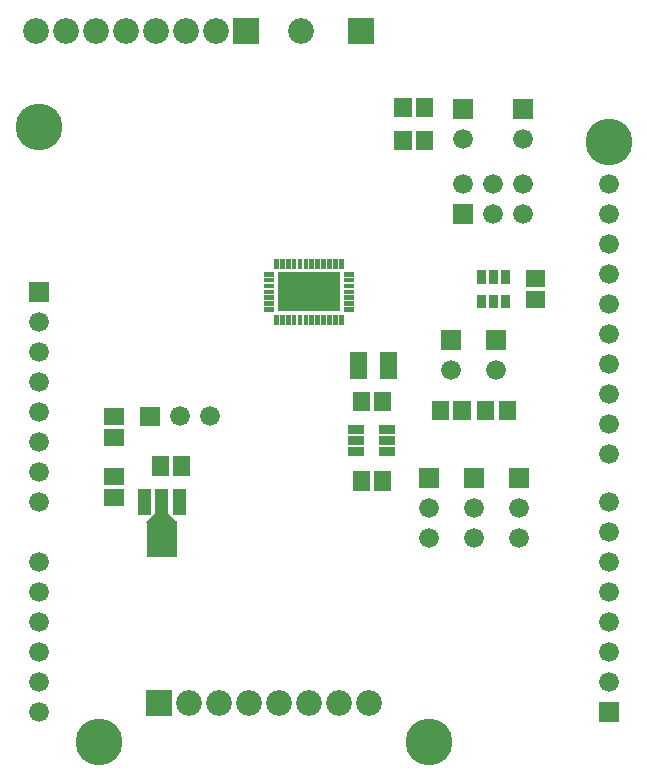
<source format=gbr>
G04 start of page 6 for group -4063 idx -4063 *
G04 Title: (unknown), componentmask *
G04 Creator: pcb 20110918 *
G04 CreationDate: Sat 02 Feb 2013 08:58:03 PM GMT UTC *
G04 For: petersen *
G04 Format: Gerber/RS-274X *
G04 PCB-Dimensions: 210000 270000 *
G04 PCB-Coordinate-Origin: lower left *
%MOIN*%
%FSLAX25Y25*%
%LNTOPMASK*%
%ADD58R,0.0300X0.0300*%
%ADD57R,0.1300X0.1300*%
%ADD56R,0.0304X0.0304*%
%ADD55R,0.0550X0.0550*%
%ADD54R,0.0158X0.0158*%
%ADD53R,0.1005X0.1005*%
%ADD52R,0.0438X0.0438*%
%ADD51R,0.0572X0.0572*%
%ADD50C,0.0860*%
%ADD49C,0.1560*%
%ADD48C,0.0001*%
%ADD47C,0.0660*%
G54D47*X10000Y130000D03*
Y120000D03*
Y110000D03*
Y100000D03*
G54D48*G36*
X6700Y163300D02*Y156700D01*
X13300D01*
Y163300D01*
X6700D01*
G37*
G54D47*X10000Y150000D03*
Y140000D03*
G54D49*Y215000D03*
G54D48*G36*
X43700Y121800D02*Y115200D01*
X50300D01*
Y121800D01*
X43700D01*
G37*
G54D47*X57000Y118500D03*
X67000D03*
G54D48*G36*
X74700Y251300D02*Y242700D01*
X83300D01*
Y251300D01*
X74700D01*
G37*
G36*
X113200D02*Y242700D01*
X121800D01*
Y251300D01*
X113200D01*
G37*
G54D50*X97500Y247000D03*
X69000D03*
X59000D03*
X49000D03*
X39000D03*
X29000D03*
X19000D03*
X9000D03*
G54D47*X200000Y126000D03*
Y136000D03*
Y146000D03*
Y156000D03*
Y166000D03*
Y176000D03*
G54D48*G36*
X159200Y147300D02*Y140700D01*
X165800D01*
Y147300D01*
X159200D01*
G37*
G54D47*X162500Y134000D03*
G54D48*G36*
X144200Y147300D02*Y140700D01*
X150800D01*
Y147300D01*
X144200D01*
G37*
G54D47*X147500Y134000D03*
X200000Y186000D03*
Y196000D03*
G54D49*Y210000D03*
G54D48*G36*
X148200Y189300D02*Y182700D01*
X154800D01*
Y189300D01*
X148200D01*
G37*
G54D47*X161500Y186000D03*
X171500D03*
X151500Y196000D03*
X161500D03*
X171500D03*
G54D48*G36*
X168200Y224300D02*Y217700D01*
X174800D01*
Y224300D01*
X168200D01*
G37*
G54D47*X171500Y211000D03*
G54D48*G36*
X148200Y224300D02*Y217700D01*
X154800D01*
Y224300D01*
X148200D01*
G37*
G54D47*X151500Y211000D03*
G54D48*G36*
X196700Y23300D02*Y16700D01*
X203300D01*
Y23300D01*
X196700D01*
G37*
G54D47*X200000Y30000D03*
Y40000D03*
Y50000D03*
G54D49*X140000Y10000D03*
G54D47*X200000Y80000D03*
Y90000D03*
Y106000D03*
Y116000D03*
X10000Y90000D03*
Y70000D03*
Y60000D03*
Y50000D03*
Y40000D03*
Y30000D03*
Y20000D03*
G54D49*X30000Y10000D03*
G54D48*G36*
X45700Y27300D02*Y18700D01*
X54300D01*
Y27300D01*
X45700D01*
G37*
G54D50*X60000Y23000D03*
X70000D03*
X80000D03*
X90000D03*
X100000D03*
X110000D03*
X120000D03*
G54D47*X200000Y60000D03*
Y70000D03*
G54D48*G36*
X136700Y101300D02*Y94700D01*
X143300D01*
Y101300D01*
X136700D01*
G37*
G54D47*X140000Y88000D03*
Y78000D03*
G54D48*G36*
X151700Y101300D02*Y94700D01*
X158300D01*
Y101300D01*
X151700D01*
G37*
G54D47*X155000Y88000D03*
Y78000D03*
G54D48*G36*
X166700Y101300D02*Y94700D01*
X173300D01*
Y101300D01*
X166700D01*
G37*
G54D47*X170000Y88000D03*
Y78000D03*
G54D51*X57543Y102393D02*Y101607D01*
X50457Y102393D02*Y101607D01*
G54D52*X51000Y91989D02*Y80179D01*
G54D53*Y78445D02*Y76555D01*
G54D48*G36*
X52885Y86434D02*X56149Y83170D01*
X54305Y81326D01*
X51041Y84590D01*
X52885Y86434D01*
G37*
G36*
X45851Y83170D02*X49115Y86434D01*
X50959Y84590D01*
X47695Y81326D01*
X45851Y83170D01*
G37*
G54D52*X45094Y91989D02*Y87895D01*
G54D51*X34607Y98543D02*X35393D01*
X34607Y91457D02*X35393D01*
G54D52*X56906Y91989D02*Y87895D01*
G54D51*X34607Y111414D02*X35393D01*
X34607Y118500D02*X35393D01*
G54D54*X85728Y161969D02*X87500D01*
X85728Y160000D02*X87500D01*
X85728Y158031D02*X87500D01*
X85728Y156063D02*X87500D01*
X85728Y154094D02*X87500D01*
G54D55*X116500Y137300D02*Y133700D01*
X126500Y137300D02*Y133700D01*
G54D51*X117457Y123893D02*Y123107D01*
X124543Y123893D02*Y123107D01*
G54D56*X124976Y106760D02*X127339D01*
X124976Y110500D02*X127339D01*
X124976Y114240D02*X127339D01*
X114661D02*X117024D01*
X114661Y110500D02*X117024D01*
X114661Y106760D02*X117024D01*
G54D51*X117457Y97393D02*Y96607D01*
X124543Y97393D02*Y96607D01*
X138457Y221893D02*Y221107D01*
X131371Y221893D02*Y221107D01*
X138500Y210893D02*Y210107D01*
X131414Y210893D02*Y210107D01*
G54D54*X110827Y170335D02*Y168563D01*
X108858Y170335D02*Y168563D01*
X106890Y170335D02*Y168563D01*
X104921Y170335D02*Y168563D01*
X112500Y165906D02*X114272D01*
X102953Y170335D02*Y168563D01*
X100984Y170335D02*Y168563D01*
X99016Y170335D02*Y168563D01*
X97047Y170335D02*Y168563D01*
X95079Y170335D02*Y168563D01*
X93110Y170335D02*Y168563D01*
X91142Y170335D02*Y168563D01*
X89173Y170335D02*Y168563D01*
X85728Y165906D02*X87500D01*
X85728Y163937D02*X87500D01*
X89173Y151437D02*Y149665D01*
X91142Y151437D02*Y149665D01*
X93110Y151437D02*Y149665D01*
X95079Y151437D02*Y149665D01*
X97047Y151437D02*Y149665D01*
X99016Y151437D02*Y149665D01*
X100984Y151437D02*Y149665D01*
X102953Y151437D02*Y149665D01*
X104921Y151437D02*Y149665D01*
X106890Y151437D02*Y149665D01*
X108858Y151437D02*Y149665D01*
X110827Y151437D02*Y149665D01*
X112500Y154094D02*X114272D01*
X112500Y156063D02*X114272D01*
X112500Y158031D02*X114272D01*
X112500Y160000D02*X114272D01*
X112500Y161969D02*X114272D01*
X112500Y163937D02*X114272D01*
G54D57*X96062Y160000D02*X103938D01*
G54D58*X165500Y165800D02*Y164200D01*
X161600Y165800D02*Y164200D01*
X157700Y165800D02*Y164200D01*
Y157600D02*Y156000D01*
X161600Y157600D02*Y156000D01*
G54D51*X166086Y120893D02*Y120107D01*
X159000Y120893D02*Y120107D01*
X143957Y120893D02*Y120107D01*
X151043Y120893D02*Y120107D01*
G54D58*X165500Y157600D02*Y156000D01*
G54D51*X175107Y157457D02*X175893D01*
X175107Y164543D02*X175893D01*
M02*

</source>
